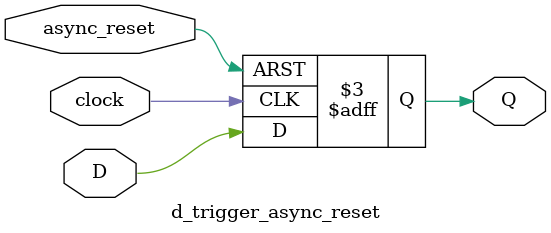
<source format=v>
module d_trigger_async_reset(
    input wire D,
    input wire clock,
    input wire async_reset,
    output reg Q
);

always @(posedge clock or posedge async_reset) begin
    if(async_reset == 1'b1) begin
        Q <= 1'b0; 
    end else begin
        Q <= D; 
    end
end 
endmodule 
</source>
